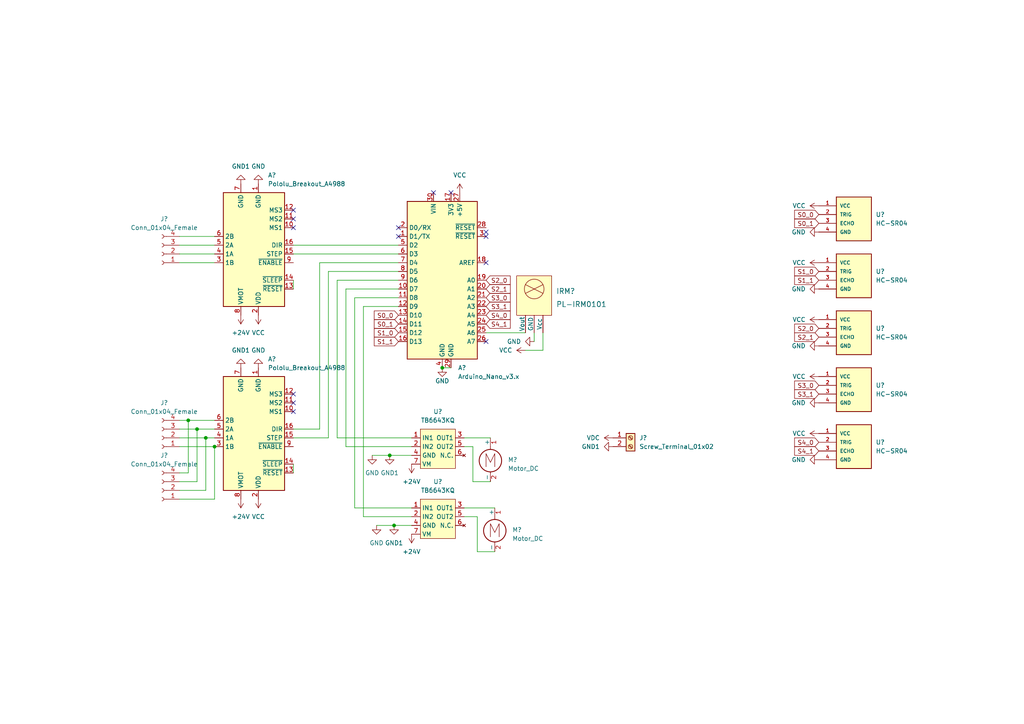
<source format=kicad_sch>
(kicad_sch (version 20211123) (generator eeschema)
  (paper "A4")
  (lib_symbols
    (symbol "Connector:Conn_01x04_Female" (pin_names (offset 1.016) hide)
      (property "Reference" "J" (at 0 5.08 0))
      (property "Value" "Conn_01x04_Female" (at 0 -7.62 0))
      (symbol "Conn_01x04_Female_1_1"
        (arc (start 0 -4.572) (mid -0.508 -5.08) (end 0 -5.588) (stroke (width 0.1524)))
        (arc (start 0 -2.032) (mid -0.508 -2.54) (end 0 -3.048) (stroke (width 0.1524)))
        (polyline (pts (xy -1.27 -5.08) (xy -0.508 -5.08)) (stroke (width 0.1524)))
        (polyline (pts (xy -1.27 -2.54) (xy -0.508 -2.54)) (stroke (width 0.1524)))
        (polyline (pts (xy -1.27 0) (xy -0.508 0)) (stroke (width 0.1524)))
        (polyline (pts (xy -1.27 2.54) (xy -0.508 2.54)) (stroke (width 0.1524)))
        (arc (start 0 0.508) (mid -0.508 0) (end 0 -0.508) (stroke (width 0.1524)))
        (arc (start 0 3.048) (mid -0.508 2.54) (end 0 2.032) (stroke (width 0.1524)))
        (pin passive line (at -5.08 2.54 0) (length 3.81) (name "Pin_1") (number "1"))
        (pin passive line (at -5.08 0 0) (length 3.81) (name "Pin_2") (number "2"))
        (pin passive line (at -5.08 -2.54 0) (length 3.81) (name "Pin_3") (number "3"))
        (pin passive line (at -5.08 -5.08 0) (length 3.81) (name "Pin_4") (number "4"))
      )
    )
    (symbol "Connector:Screw_Terminal_01x02" (pin_names (offset 1.016) hide)
      (property "Reference" "J" (at 0 2.54 0))
      (property "Value" "Screw_Terminal_01x02" (at 0 -5.08 0))
      (symbol "Screw_Terminal_01x02_1_1"
        (rectangle (start -1.27 1.27) (end 1.27 -3.81) (stroke (width 0.254)) (fill (type background)))
        (circle (center 0 -2.54) (radius 0.635) (stroke (width 0.1524)))
        (polyline (pts (xy -0.5334 -2.2098) (xy 0.3302 -3.048)) (stroke (width 0.1524)))
        (polyline (pts (xy -0.5334 0.3302) (xy 0.3302 -0.508)) (stroke (width 0.1524)))
        (polyline (pts (xy -0.3556 -2.032) (xy 0.508 -2.8702)) (stroke (width 0.1524)))
        (polyline (pts (xy -0.3556 0.508) (xy 0.508 -0.3302)) (stroke (width 0.1524)))
        (circle (center 0 0) (radius 0.635) (stroke (width 0.1524)))
        (pin passive line (at -5.08 0 0) (length 3.81) (name "Pin_1") (number "1"))
        (pin passive line (at -5.08 -2.54 0) (length 3.81) (name "Pin_2") (number "2"))
      )
    )
    (symbol "Driver_Motor:Pololu_Breakout_A4988"
      (property "Reference" "A" (at -2.54 19.05 0))
      (property "Value" "Pololu_Breakout_A4988" (at -2.54 16.51 0))
      (symbol "Pololu_Breakout_A4988_0_1"
        (rectangle (start 10.16 -17.78) (end -7.62 15.24) (stroke (width 0.254)) (fill (type background)))
      )
      (symbol "Pololu_Breakout_A4988_1_1"
        (pin power_in line (at 0 -20.32 90) (length 2.54) (name "GND") (number "1"))
        (pin input line (at -10.16 -7.62 0) (length 2.54) (name "MS1") (number "10"))
        (pin input line (at -10.16 -10.16 0) (length 2.54) (name "MS2") (number "11"))
        (pin input line (at -10.16 -12.7 0) (length 2.54) (name "MS3") (number "12"))
        (pin input line (at -10.16 10.16 0) (length 2.54) (name "~{RESET}") (number "13"))
        (pin input line (at -10.16 7.62 0) (length 2.54) (name "~{SLEEP}") (number "14"))
        (pin input line (at -10.16 0 0) (length 2.54) (name "STEP") (number "15"))
        (pin input line (at -10.16 -2.54 0) (length 2.54) (name "DIR") (number "16"))
        (pin power_in line (at 0 17.78 270) (length 2.54) (name "VDD") (number "2"))
        (pin output line (at 12.7 2.54 180) (length 2.54) (name "1B") (number "3"))
        (pin output line (at 12.7 0 180) (length 2.54) (name "1A") (number "4"))
        (pin output line (at 12.7 -2.54 180) (length 2.54) (name "2A") (number "5"))
        (pin output line (at 12.7 -5.08 180) (length 2.54) (name "2B") (number "6"))
        (pin power_in line (at 5.08 -20.32 90) (length 2.54) (name "GND") (number "7"))
        (pin power_in line (at 5.08 17.78 270) (length 2.54) (name "VMOT") (number "8"))
        (pin input line (at -10.16 2.54 0) (length 2.54) (name "~{ENABLE}") (number "9"))
      )
    )
    (symbol "HC-SR04:HC-SR04" (pin_names (offset 1.016))
      (property "Reference" "U" (at 0 5.0813 0))
      (property "Value" "HC-SR04" (at 0 -10.163 0))
      (symbol "HC-SR04_0_0"
        (rectangle (start 0 -7.62) (end 10.16 5.08) (stroke (width 0.254)) (fill (type background)))
        (pin power_in line (at -5.08 2.54 0) (length 5.08) (name "VCC") (number "1"))
        (pin bidirectional line (at -5.08 0 0) (length 5.08) (name "TRIG") (number "2"))
        (pin bidirectional line (at -5.08 -2.54 0) (length 5.08) (name "ECHO") (number "3"))
        (pin power_in line (at -5.08 -5.08 0) (length 5.08) (name "GND") (number "4"))
      )
    )
    (symbol "MCU_Module:Arduino_Nano_v3.x"
      (property "Reference" "A" (at -10.16 23.495 0))
      (property "Value" "Arduino_Nano_v3.x" (at 5.08 -24.13 0))
      (symbol "Arduino_Nano_v3.x_0_1"
        (rectangle (start -10.16 22.86) (end 10.16 -22.86) (stroke (width 0.254)) (fill (type background)))
      )
      (symbol "Arduino_Nano_v3.x_1_1"
        (pin bidirectional line (at -12.7 12.7 0) (length 2.54) (name "D1/TX") (number "1"))
        (pin bidirectional line (at -12.7 -2.54 0) (length 2.54) (name "D7") (number "10"))
        (pin bidirectional line (at -12.7 -5.08 0) (length 2.54) (name "D8") (number "11"))
        (pin bidirectional line (at -12.7 -7.62 0) (length 2.54) (name "D9") (number "12"))
        (pin bidirectional line (at -12.7 -10.16 0) (length 2.54) (name "D10") (number "13"))
        (pin bidirectional line (at -12.7 -12.7 0) (length 2.54) (name "D11") (number "14"))
        (pin bidirectional line (at -12.7 -15.24 0) (length 2.54) (name "D12") (number "15"))
        (pin bidirectional line (at -12.7 -17.78 0) (length 2.54) (name "D13") (number "16"))
        (pin power_out line (at 2.54 25.4 270) (length 2.54) (name "3V3") (number "17"))
        (pin input line (at 12.7 5.08 180) (length 2.54) (name "AREF") (number "18"))
        (pin bidirectional line (at 12.7 0 180) (length 2.54) (name "A0") (number "19"))
        (pin bidirectional line (at -12.7 15.24 0) (length 2.54) (name "D0/RX") (number "2"))
        (pin bidirectional line (at 12.7 -2.54 180) (length 2.54) (name "A1") (number "20"))
        (pin bidirectional line (at 12.7 -5.08 180) (length 2.54) (name "A2") (number "21"))
        (pin bidirectional line (at 12.7 -7.62 180) (length 2.54) (name "A3") (number "22"))
        (pin bidirectional line (at 12.7 -10.16 180) (length 2.54) (name "A4") (number "23"))
        (pin bidirectional line (at 12.7 -12.7 180) (length 2.54) (name "A5") (number "24"))
        (pin bidirectional line (at 12.7 -15.24 180) (length 2.54) (name "A6") (number "25"))
        (pin bidirectional line (at 12.7 -17.78 180) (length 2.54) (name "A7") (number "26"))
        (pin power_out line (at 5.08 25.4 270) (length 2.54) (name "+5V") (number "27"))
        (pin input line (at 12.7 15.24 180) (length 2.54) (name "~{RESET}") (number "28"))
        (pin power_in line (at 2.54 -25.4 90) (length 2.54) (name "GND") (number "29"))
        (pin input line (at 12.7 12.7 180) (length 2.54) (name "~{RESET}") (number "3"))
        (pin power_in line (at -2.54 25.4 270) (length 2.54) (name "VIN") (number "30"))
        (pin power_in line (at 0 -25.4 90) (length 2.54) (name "GND") (number "4"))
        (pin bidirectional line (at -12.7 10.16 0) (length 2.54) (name "D2") (number "5"))
        (pin bidirectional line (at -12.7 7.62 0) (length 2.54) (name "D3") (number "6"))
        (pin bidirectional line (at -12.7 5.08 0) (length 2.54) (name "D4") (number "7"))
        (pin bidirectional line (at -12.7 2.54 0) (length 2.54) (name "D5") (number "8"))
        (pin bidirectional line (at -12.7 0 0) (length 2.54) (name "D6") (number "9"))
      )
    )
    (symbol "Motor:Motor_DC" (pin_names (offset 0))
      (property "Reference" "M" (at 2.54 2.54 0))
      (property "Value" "Motor_DC" (at 2.54 -5.08 0))
      (symbol "Motor_DC_0_0"
        (polyline (pts (xy -1.27 -3.302) (xy -1.27 0.508) (xy 0 -2.032) (xy 1.27 0.508) (xy 1.27 -3.302)))
      )
      (symbol "Motor_DC_0_1"
        (circle (center 0 -1.524) (radius 3.2512) (stroke (width 0.254)))
        (polyline (pts (xy 0 -7.62) (xy 0 -7.112)))
        (polyline (pts (xy 0 -4.7752) (xy 0 -5.1816)))
        (polyline (pts (xy 0 1.7272) (xy 0 2.0828)))
        (polyline (pts (xy 0 2.032) (xy 0 2.54)))
      )
      (symbol "Motor_DC_1_1"
        (pin passive line (at 0 5.08 270) (length 2.54) (name "+") (number "1"))
        (pin passive line (at 0 -7.62 90) (length 2.54) (name "-") (number "2"))
      )
    )
    (symbol "TB6643KQ:TB6643KQ"
      (property "Reference" "U" (at 0 2.54 0))
      (property "Value" "TB6643KQ" (at 0 0 0))
      (symbol "TB6643KQ_0_1"
        (rectangle (start -3.81 -1.27) (end 6.35 -12.7) (fill (type background)))
      )
      (symbol "TB6643KQ_1_1"
        (pin input line (at -6.35 -3.81 0) (length 2.54) (name "IN1") (number "1"))
        (pin input line (at -6.35 -6.35 0) (length 2.54) (name "IN2") (number "2"))
        (pin output line (at 8.89 -3.81 180) (length 2.54) (name "OUT1") (number "3"))
        (pin input line (at -6.35 -8.89 0) (length 2.54) (name "GND") (number "4"))
        (pin output line (at 8.89 -6.35 180) (length 2.54) (name "OUT2") (number "5"))
        (pin no_connect line (at 8.89 -8.89 180) (length 2.54) (name "N.C.") (number "6"))
        (pin input line (at -6.35 -11.43 0) (length 2.54) (name "VM") (number "7"))
      )
    )
    (symbol "nosuz:PL-IRM0101" (pin_numbers hide) (pin_names (offset 0))
      (property "Reference" "IRM" (at -2.54 7.62 0))
      (property "Value" "PL-IRM0101" (at 6.35 0 90))
      (symbol "PL-IRM0101_0_1"
        (rectangle (start -5.08 6.35) (end 5.08 -5.08) (fill (type background)))
        (polyline (pts (xy -2.54 1.27) (xy 2.54 3.81)))
        (polyline (pts (xy 2.54 1.27) (xy -2.54 3.81)))
        (circle (center 0 2.54) (radius 2.8448))
      )
      (symbol "PL-IRM0101_1_1"
        (pin output line (at -2.54 -10.16 90) (length 5.08) (name "Vout") (number "1"))
        (pin power_in line (at 0 -10.16 90) (length 5.08) (name "GND") (number "2"))
        (pin power_in line (at 2.54 -10.16 90) (length 5.08) (name "Vcc") (number "3"))
      )
    )
    (symbol "power:+24V" (power) (pin_names (offset 0))
      (property "Value" "+24V" (at 0 3.556 0))
      (symbol "+24V_0_1"
        (polyline (pts (xy -0.762 1.27) (xy 0 2.54)))
        (polyline (pts (xy 0 0) (xy 0 2.54)))
        (polyline (pts (xy 0 2.54) (xy 0.762 1.27)))
      )
      (symbol "+24V_1_1"
        (pin power_in line (at 0 0 90) (length 0) hide (name "+24V") (number "1"))
      )
    )
    (symbol "power:GND" (power) (pin_names (offset 0))
      (property "Value" "GND" (at 0 -3.81 0))
      (symbol "GND_0_1"
        (polyline (pts (xy 0 0) (xy 0 -1.27) (xy 1.27 -1.27) (xy 0 -2.54) (xy -1.27 -1.27) (xy 0 -1.27)))
      )
      (symbol "GND_1_1"
        (pin power_in line (at 0 0 270) (length 0) hide (name "GND") (number "1"))
      )
    )
    (symbol "power:GND1" (power) (pin_names (offset 0))
      (property "Value" "GND1" (at 0 -3.81 0))
      (symbol "GND1_0_1"
        (polyline (pts (xy 0 0) (xy 0 -1.27) (xy 1.27 -1.27) (xy 0 -2.54) (xy -1.27 -1.27) (xy 0 -1.27)))
      )
      (symbol "GND1_1_1"
        (pin power_in line (at 0 0 270) (length 0) hide (name "GND1") (number "1"))
      )
    )
    (symbol "power:VCC" (power) (pin_names (offset 0))
      (property "Value" "VCC" (at 0 3.81 0))
      (symbol "VCC_0_1"
        (polyline (pts (xy -0.762 1.27) (xy 0 2.54)))
        (polyline (pts (xy 0 0) (xy 0 2.54)))
        (polyline (pts (xy 0 2.54) (xy 0.762 1.27)))
      )
      (symbol "VCC_1_1"
        (pin power_in line (at 0 0 90) (length 0) hide (name "VCC") (number "1"))
      )
    )
    (symbol "power:VDC" (power) (pin_names (offset 0))
      (property "Value" "VDC" (at 0 6.35 0))
      (symbol "VDC_0_1"
        (polyline (pts (xy -0.762 1.27) (xy 0 2.54)))
        (polyline (pts (xy 0 0) (xy 0 2.54)))
        (polyline (pts (xy 0 2.54) (xy 0.762 1.27)))
      )
      (symbol "VDC_1_1"
        (pin power_in line (at 0 0 90) (length 0) hide (name "VDC") (number "1"))
      )
    )
  )
  (junction (at 113.03 132.08))
  (junction (at 59.69 127))
  (junction (at 57.15 124.46))
  (junction (at 128.27 106.68))
  (junction (at 54.61 121.92))
  (junction (at 114.3 152.4))
  (junction (at 62.23 129.54))
  (no_connect (at 140.97 99.06))
  (no_connect (at 130.81 55.88))
  (no_connect (at 125.73 55.88))
  (no_connect (at 85.09 63.5))
  (no_connect (at 85.09 60.96))
  (no_connect (at 85.09 66.04))
  (no_connect (at 85.09 119.38))
  (no_connect (at 85.09 114.3))
  (no_connect (at 85.09 116.84))
  (no_connect (at 115.57 66.04))
  (no_connect (at 115.57 68.58))
  (no_connect (at 140.97 76.2))
  (no_connect (at 140.97 68.58))
  (no_connect (at 140.97 67.31))
  (wire (pts (xy 119.38 149.86) (xy 105.41 149.86)))
  (wire (pts (xy 115.57 86.36) (xy 102.87 86.36)))
  (wire (pts (xy 52.07 144.78) (xy 62.23 144.78)))
  (wire (pts (xy 95.25 78.74) (xy 115.57 78.74)))
  (wire (pts (xy 102.87 147.32) (xy 119.38 147.32)))
  (wire (pts (xy 105.41 88.9) (xy 115.57 88.9)))
  (wire (pts (xy 134.62 149.86) (xy 138.43 149.86)))
  (wire (pts (xy 54.61 121.92) (xy 62.23 121.92)))
  (wire (pts (xy 85.09 73.66) (xy 115.57 73.66)))
  (wire (pts (xy 134.62 147.32) (xy 143.51 147.32)))
  (wire (pts (xy 92.71 76.2) (xy 115.57 76.2)))
  (wire (pts (xy 140.97 96.52) (xy 152.4 96.52)))
  (wire (pts (xy 85.09 127) (xy 95.25 127)))
  (wire (pts (xy 52.07 68.58) (xy 62.23 68.58)))
  (wire (pts (xy 114.3 152.4) (xy 119.38 152.4)))
  (wire (pts (xy 59.69 127) (xy 62.23 127)))
  (wire (pts (xy 62.23 144.78) (xy 62.23 129.54)))
  (wire (pts (xy 57.15 139.7) (xy 57.15 124.46)))
  (wire (pts (xy 52.07 129.54) (xy 62.23 129.54)))
  (wire (pts (xy 113.03 132.08) (xy 119.38 132.08)))
  (wire (pts (xy 92.71 124.46) (xy 92.71 76.2)))
  (wire (pts (xy 52.07 71.12) (xy 62.23 71.12)))
  (wire (pts (xy 107.95 132.08) (xy 113.03 132.08)))
  (wire (pts (xy 95.25 127) (xy 95.25 78.74)))
  (wire (pts (xy 52.07 142.24) (xy 59.69 142.24)))
  (wire (pts (xy 115.57 81.28) (xy 97.79 81.28)))
  (wire (pts (xy 52.07 121.92) (xy 54.61 121.92)))
  (wire (pts (xy 157.48 101.6) (xy 157.48 96.52)))
  (wire (pts (xy 97.79 81.28) (xy 97.79 127)))
  (wire (pts (xy 100.33 129.54) (xy 119.38 129.54)))
  (wire (pts (xy 138.43 149.86) (xy 138.43 160.02)))
  (wire (pts (xy 134.62 127) (xy 142.24 127)))
  (wire (pts (xy 115.57 71.12) (xy 85.09 71.12)))
  (wire (pts (xy 115.57 83.82) (xy 100.33 83.82)))
  (wire (pts (xy 59.69 142.24) (xy 59.69 127)))
  (wire (pts (xy 52.07 127) (xy 59.69 127)))
  (wire (pts (xy 105.41 88.9) (xy 105.41 149.86)))
  (wire (pts (xy 134.62 129.54) (xy 137.16 129.54)))
  (wire (pts (xy 52.07 139.7) (xy 57.15 139.7)))
  (wire (pts (xy 137.16 139.7) (xy 142.24 139.7)))
  (wire (pts (xy 137.16 129.54) (xy 137.16 139.7)))
  (wire (pts (xy 100.33 83.82) (xy 100.33 129.54)))
  (wire (pts (xy 109.22 152.4) (xy 114.3 152.4)))
  (wire (pts (xy 102.87 86.36) (xy 102.87 147.32)))
  (wire (pts (xy 52.07 137.16) (xy 54.61 137.16)))
  (wire (pts (xy 54.61 137.16) (xy 54.61 121.92)))
  (wire (pts (xy 152.4 101.6) (xy 157.48 101.6)))
  (wire (pts (xy 57.15 124.46) (xy 62.23 124.46)))
  (wire (pts (xy 138.43 160.02) (xy 143.51 160.02)))
  (wire (pts (xy 97.79 127) (xy 119.38 127)))
  (wire (pts (xy 154.94 96.52) (xy 154.94 99.06)))
  (wire (pts (xy 128.27 106.68) (xy 130.81 106.68)))
  (wire (pts (xy 85.09 81.28) (xy 85.09 83.82)))
  (wire (pts (xy 85.09 124.46) (xy 92.71 124.46)))
  (wire (pts (xy 85.09 134.62) (xy 85.09 137.16)))
  (wire (pts (xy 52.07 73.66) (xy 62.23 73.66)))
  (wire (pts (xy 52.07 124.46) (xy 57.15 124.46)))
  (wire (pts (xy 52.07 76.2) (xy 62.23 76.2)))
  (global_label "S1_0" (shape input) (at 115.57 96.52 180) (property "シート間のリファレンス" "${INTERSHEET_REFS}" (effects hide)))
  (global_label "S2_0" (shape input) (at 140.97 81.28 0) (property "シート間のリファレンス" "${INTERSHEET_REFS}" (effects hide)))
  (global_label "S0_1" (shape input) (at 115.57 93.98 180) (property "シート間のリファレンス" "${INTERSHEET_REFS}" (effects hide)))
  (global_label "S0_1" (shape input) (at 237.49 64.77 180) (property "シート間のリファレンス" "${INTERSHEET_REFS}" (effects hide)))
  (global_label "S2_0" (shape input) (at 237.49 95.25 180) (property "シート間のリファレンス" "${INTERSHEET_REFS}" (effects hide)))
  (global_label "S0_0" (shape input) (at 115.57 91.44 180) (property "シート間のリファレンス" "${INTERSHEET_REFS}" (effects hide)))
  (global_label "S1_0" (shape input) (at 237.49 78.74 180) (property "シート間のリファレンス" "${INTERSHEET_REFS}" (effects hide)))
  (global_label "S0_0" (shape input) (at 237.49 62.23 180) (property "シート間のリファレンス" "${INTERSHEET_REFS}" (effects hide)))
  (global_label "S1_1" (shape input) (at 115.57 99.06 180) (property "シート間のリファレンス" "${INTERSHEET_REFS}" (effects hide)))
  (global_label "S3_1" (shape input) (at 237.49 114.3 180) (property "シート間のリファレンス" "${INTERSHEET_REFS}" (effects hide)))
  (global_label "S3_0" (shape input) (at 140.97 86.36 0) (property "シート間のリファレンス" "${INTERSHEET_REFS}" (effects hide)))
  (global_label "S4_1" (shape input) (at 237.49 130.81 180) (property "シート間のリファレンス" "${INTERSHEET_REFS}" (effects hide)))
  (global_label "S4_0" (shape input) (at 237.49 128.27 180) (property "シート間のリファレンス" "${INTERSHEET_REFS}" (effects hide)))
  (global_label "S2_1" (shape input) (at 237.49 97.79 180) (property "シート間のリファレンス" "${INTERSHEET_REFS}" (effects hide)))
  (global_label "S3_0" (shape input) (at 237.49 111.76 180) (property "シート間のリファレンス" "${INTERSHEET_REFS}" (effects hide)))
  (global_label "S4_0" (shape input) (at 140.97 91.44 0) (property "シート間のリファレンス" "${INTERSHEET_REFS}" (effects hide)))
  (global_label "S1_1" (shape input) (at 237.49 81.28 180) (property "シート間のリファレンス" "${INTERSHEET_REFS}" (effects hide)))
  (global_label "S4_1" (shape input) (at 140.97 93.98 0) (property "シート間のリファレンス" "${INTERSHEET_REFS}" (effects hide)))
  (global_label "S3_1" (shape input) (at 140.97 88.9 0) (property "シート間のリファレンス" "${INTERSHEET_REFS}" (effects hide)))
  (global_label "S2_1" (shape input) (at 140.97 83.82 0) (property "シート間のリファレンス" "${INTERSHEET_REFS}" (effects hide)))
  (symbol (lib_id "power:VCC") (at 237.49 125.73 90) (unit 1)
    (property "Reference" "#PWR?" (effects hide))
    (property "Value" "VCC" (at 233.68 125.7299 90) (effects (justify left)))
  )
  (symbol (lib_id "power:VCC") (at 237.49 76.2 90) (unit 1)
    (property "Reference" "#PWR?" (effects hide))
    (property "Value" "VCC" (at 233.68 76.1999 90) (effects (justify left)))
  )
  (symbol (lib_id "power:GND") (at 109.22 152.4 0) (unit 1)
    (property "Reference" "#PWR?" (effects hide))
    (property "Value" "GND" (at 109.22 157.48 0))
  )
  (symbol (lib_id "power:GND") (at 237.49 83.82 270) (unit 1)
    (property "Reference" "#PWR?" (effects hide))
    (property "Value" "GND" (at 233.68 83.8199 90) (effects (justify right)))
  )
  (symbol (lib_id "power:VCC") (at 237.49 109.22 90) (unit 1)
    (property "Reference" "#PWR?" (effects hide))
    (property "Value" "VCC" (at 233.68 109.2199 90) (effects (justify left)))
  )
  (symbol (lib_id "power:+24V") (at 69.85 144.78 180) (unit 1)
    (property "Reference" "#PWR?" (effects hide))
    (property "Value" "+24V" (at 69.85 149.86 0))
  )
  (symbol (lib_id "power:GND") (at 154.94 99.06 270) (unit 1)
    (property "Reference" "#PWR?" (effects hide))
    (property "Value" "GND" (at 151.13 99.0599 90) (effects (justify right)))
  )
  (symbol (lib_id "power:+24V") (at 119.38 134.62 180) (unit 1)
    (property "Reference" "#PWR?" (effects hide))
    (property "Value" "+24V" (at 119.38 139.7 0))
  )
  (symbol (lib_id "HC-SR04:HC-SR04") (at 242.57 78.74 0) (unit 1)
    (property "Reference" "U?" (at 254 78.7399 0) (effects (justify left)))
    (property "Value" "HC-SR04" (at 254 81.2799 0) (effects (justify left)))
    (property "Footprint" "XCVR_HC-SR04" (effects hide))
    (property "MANUFACTURER" "Osepp" (effects hide))
  )
  (symbol (lib_id "TB6643KQ:TB6643KQ") (at 125.73 143.51 0) (unit 1)
    (property "Reference" "U?" (at 127 139.7 0))
    (property "Value" "TB6643KQ" (at 127 142.24 0))
  )
  (symbol (lib_id "MCU_Module:Arduino_Nano_v3.x") (at 128.27 81.28 0) (unit 1)
    (property "Reference" "A?" (at 132.8294 106.68 0) (effects (justify left)))
    (property "Value" "Arduino_Nano_v3.x" (at 132.8294 109.22 0) (effects (justify left)))
    (property "Footprint" "Module:Arduino_Nano" (effects hide))
    (property "Datasheet" "http://www.mouser.com/pdfdocs/Gravitech_Arduino_Nano3_0.pdf" (effects hide))
  )
  (symbol (lib_id "power:GND") (at 237.49 116.84 270) (unit 1)
    (property "Reference" "#PWR?" (effects hide))
    (property "Value" "GND" (at 233.68 116.8399 90) (effects (justify right)))
  )
  (symbol (lib_id "HC-SR04:HC-SR04") (at 242.57 111.76 0) (unit 1)
    (property "Reference" "U?" (at 254 111.7599 0) (effects (justify left)))
    (property "Value" "HC-SR04" (at 254 114.2999 0) (effects (justify left)))
    (property "Footprint" "XCVR_HC-SR04" (effects hide))
    (property "MANUFACTURER" "Osepp" (effects hide))
  )
  (symbol (lib_id "Driver_Motor:Pololu_Breakout_A4988") (at 74.93 73.66 180) (unit 1)
    (property "Reference" "A?" (at 77.6987 50.8 0) (effects (justify right)))
    (property "Value" "Pololu_Breakout_A4988" (at 77.6987 53.34 0) (effects (justify right)))
    (property "Footprint" "Module:Pololu_Breakout-16_15.2x20.3mm" (effects hide))
    (property "Datasheet" "https://www.pololu.com/product/2980/pictures" (effects hide))
  )
  (symbol (lib_id "power:GND") (at 74.93 106.68 180) (unit 1)
    (property "Reference" "#PWR?" (effects hide))
    (property "Value" "GND" (at 74.93 101.6 0))
  )
  (symbol (lib_id "power:GND1") (at 113.03 132.08 0) (unit 1)
    (property "Reference" "#PWR?" (effects hide))
    (property "Value" "GND1" (at 113.03 137.16 0))
  )
  (symbol (lib_id "power:VCC") (at 74.93 91.44 180) (unit 1)
    (property "Reference" "#PWR?" (effects hide))
    (property "Value" "VCC" (at 74.93 96.52 0))
  )
  (symbol (lib_id "power:VCC") (at 133.35 55.88 0) (unit 1)
    (property "Reference" "#PWR?" (effects hide))
    (property "Value" "VCC" (at 133.35 50.8 0))
  )
  (symbol (lib_id "HC-SR04:HC-SR04") (at 242.57 62.23 0) (unit 1)
    (property "Reference" "U?" (at 254 62.2299 0) (effects (justify left)))
    (property "Value" "HC-SR04" (at 254 64.7699 0) (effects (justify left)))
    (property "Footprint" "XCVR_HC-SR04" (effects hide))
    (property "MANUFACTURER" "Osepp" (effects hide))
  )
  (symbol (lib_id "power:GND1") (at 69.85 106.68 180) (unit 1)
    (property "Reference" "#PWR?" (effects hide))
    (property "Value" "GND1" (at 69.85 101.6 0))
  )
  (symbol (lib_id "power:GND") (at 237.49 133.35 270) (unit 1)
    (property "Reference" "#PWR?" (effects hide))
    (property "Value" "GND" (at 233.68 133.3499 90) (effects (justify right)))
  )
  (symbol (lib_id "power:GND") (at 128.27 106.68 0) (unit 1)
    (property "Reference" "#PWR?" (effects hide))
    (property "Value" "GND" (at 128.27 110.49 0))
  )
  (symbol (lib_id "power:GND") (at 237.49 67.31 270) (unit 1)
    (property "Reference" "#PWR?" (effects hide))
    (property "Value" "GND" (at 233.68 67.3099 90) (effects (justify right)))
  )
  (symbol (lib_id "Connector:Conn_01x04_Female") (at 46.99 142.24 180) (unit 1)
    (property "Reference" "J?" (at 47.625 132.08 0))
    (property "Value" "Conn_01x04_Female" (at 47.625 134.62 0))
  )
  (symbol (lib_id "HC-SR04:HC-SR04") (at 242.57 128.27 0) (unit 1)
    (property "Reference" "U?" (at 254 128.2699 0) (effects (justify left)))
    (property "Value" "HC-SR04" (at 254 130.8099 0) (effects (justify left)))
    (property "Footprint" "XCVR_HC-SR04" (effects hide))
    (property "MANUFACTURER" "Osepp" (effects hide))
  )
  (symbol (lib_id "power:VCC") (at 237.49 59.69 90) (unit 1)
    (property "Reference" "#PWR?" (effects hide))
    (property "Value" "VCC" (at 233.68 59.6899 90) (effects (justify left)))
  )
  (symbol (lib_id "Connector:Conn_01x04_Female") (at 46.99 73.66 180) (unit 1)
    (property "Reference" "J?" (at 47.625 63.5 0))
    (property "Value" "Conn_01x04_Female" (at 47.625 66.04 0))
  )
  (symbol (lib_id "power:+24V") (at 69.85 91.44 180) (unit 1)
    (property "Reference" "#PWR?" (effects hide))
    (property "Value" "+24V" (at 69.85 96.52 0))
  )
  (symbol (lib_id "Motor:Motor_DC") (at 143.51 152.4 0) (unit 1)
    (property "Reference" "M?" (at 148.59 153.6699 0) (effects (justify left)))
    (property "Value" "Motor_DC" (at 148.59 156.2099 0) (effects (justify left)))
  )
  (symbol (lib_id "Driver_Motor:Pololu_Breakout_A4988") (at 74.93 127 180) (unit 1)
    (property "Reference" "A?" (at 77.6987 104.14 0) (effects (justify right)))
    (property "Value" "Pololu_Breakout_A4988" (at 77.6987 106.68 0) (effects (justify right)))
    (property "Footprint" "Module:Pololu_Breakout-16_15.2x20.3mm" (effects hide))
    (property "Datasheet" "https://www.pololu.com/product/2980/pictures" (effects hide))
  )
  (symbol (lib_id "nosuz:PL-IRM0101") (at 154.94 86.36 0) (unit 1)
    (property "Reference" "IRM?" (at 161.29 84.455 0) (effects (font (size 1.524 1.524)) (justify left)))
    (property "Value" "PL-IRM0101" (at 161.29 88.265 0) (effects (font (size 1.524 1.524)) (justify left)))
  )
  (symbol (lib_id "power:GND") (at 107.95 132.08 0) (unit 1)
    (property "Reference" "#PWR?" (effects hide))
    (property "Value" "GND" (at 107.95 137.16 0))
  )
  (symbol (lib_id "power:VCC") (at 237.49 92.71 90) (unit 1)
    (property "Reference" "#PWR?" (effects hide))
    (property "Value" "VCC" (at 233.68 92.7099 90) (effects (justify left)))
  )
  (symbol (lib_id "Motor:Motor_DC") (at 142.24 132.08 0) (unit 1)
    (property "Reference" "M?" (at 147.32 133.3499 0) (effects (justify left)))
    (property "Value" "Motor_DC" (at 147.32 135.8899 0) (effects (justify left)))
  )
  (symbol (lib_id "power:VCC") (at 152.4 101.6 90) (unit 1)
    (property "Reference" "#PWR?" (effects hide))
    (property "Value" "VCC" (at 148.59 101.5999 90) (effects (justify left)))
  )
  (symbol (lib_id "Connector:Screw_Terminal_01x02") (at 182.88 127 0) (unit 1)
    (property "Reference" "J?" (at 185.42 126.9999 0) (effects (justify left)))
    (property "Value" "Screw_Terminal_01x02" (at 185.42 129.5399 0) (effects (justify left)))
  )
  (symbol (lib_id "Connector:Conn_01x04_Female") (at 46.99 127 180) (unit 1)
    (property "Reference" "J?" (at 47.625 116.84 0))
    (property "Value" "Conn_01x04_Female" (at 47.625 119.38 0))
  )
  (symbol (lib_id "power:+24V") (at 119.38 154.94 180) (unit 1)
    (property "Reference" "#PWR?" (effects hide))
    (property "Value" "+24V" (at 119.38 160.02 0))
  )
  (symbol (lib_id "power:GND") (at 74.93 53.34 180) (unit 1)
    (property "Reference" "#PWR?" (effects hide))
    (property "Value" "GND" (at 74.93 48.26 0))
  )
  (symbol (lib_id "power:GND1") (at 69.85 53.34 180) (unit 1)
    (property "Reference" "#PWR?" (effects hide))
    (property "Value" "GND1" (at 69.85 48.26 0))
  )
  (symbol (lib_id "power:VCC") (at 74.93 144.78 180) (unit 1)
    (property "Reference" "#PWR?" (effects hide))
    (property "Value" "VCC" (at 74.93 149.86 0))
  )
  (symbol (lib_id "power:GND") (at 237.49 100.33 270) (unit 1)
    (property "Reference" "#PWR?" (effects hide))
    (property "Value" "GND" (at 233.68 100.3299 90) (effects (justify right)))
  )
  (symbol (lib_id "power:VDC") (at 177.8 127 90) (unit 1)
    (property "Reference" "#PWR?" (effects hide))
    (property "Value" "VDC" (at 173.99 126.9999 90) (effects (justify left)))
  )
  (symbol (lib_id "power:GND1") (at 114.3 152.4 0) (unit 1)
    (property "Reference" "#PWR?" (effects hide))
    (property "Value" "GND1" (at 114.3 157.48 0))
  )
  (symbol (lib_id "power:GND1") (at 177.8 129.54 270) (unit 1)
    (property "Reference" "#PWR?" (effects hide))
    (property "Value" "GND1" (at 173.99 129.5399 90) (effects (justify right)))
  )
  (symbol (lib_id "TB6643KQ:TB6643KQ") (at 125.73 123.19 0) (unit 1)
    (property "Reference" "U?" (at 127 119.38 0))
    (property "Value" "TB6643KQ" (at 127 121.92 0))
  )
  (symbol (lib_id "HC-SR04:HC-SR04") (at 242.57 95.25 0) (unit 1)
    (property "Reference" "U?" (at 254 95.2499 0) (effects (justify left)))
    (property "Value" "HC-SR04" (at 254 97.7899 0) (effects (justify left)))
    (property "Footprint" "XCVR_HC-SR04" (effects hide))
    (property "MANUFACTURER" "Osepp" (effects hide))
  )
)
</source>
